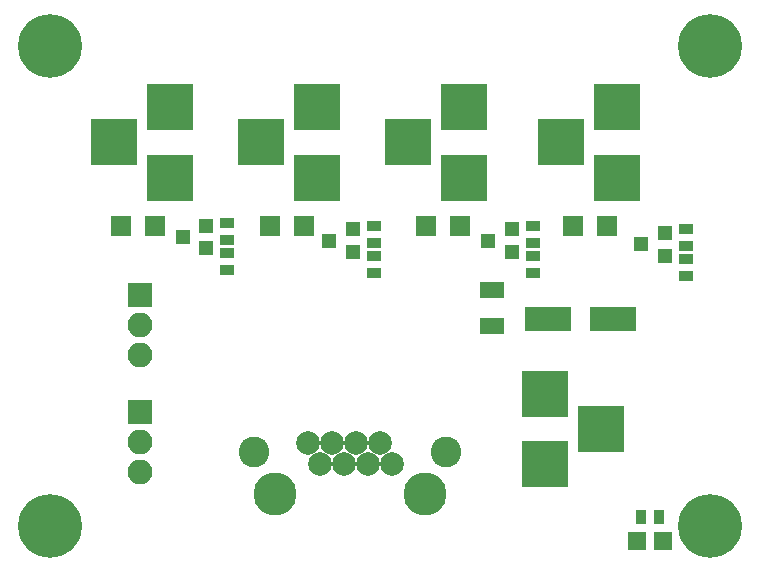
<source format=gbr>
G04 #@! TF.FileFunction,Soldermask,Top*
%FSLAX46Y46*%
G04 Gerber Fmt 4.6, Leading zero omitted, Abs format (unit mm)*
G04 Created by KiCad (PCBNEW 4.0.7) date 06/27/18 16:09:00*
%MOMM*%
%LPD*%
G01*
G04 APERTURE LIST*
%ADD10C,0.100000*%
%ADD11R,2.000000X1.400000*%
%ADD12R,3.999200X2.000200*%
%ADD13R,1.700000X1.800000*%
%ADD14C,2.600000*%
%ADD15C,3.650000*%
%ADD16C,2.000000*%
%ADD17R,2.100000X2.100000*%
%ADD18O,2.100000X2.100000*%
%ADD19R,1.300000X1.200000*%
%ADD20R,1.600000X1.600000*%
%ADD21R,1.300000X0.900000*%
%ADD22R,0.900000X1.300000*%
%ADD23R,3.900000X3.900000*%
%ADD24C,5.400000*%
G04 APERTURE END LIST*
D10*
D11*
X65405000Y-48665000D03*
X65405000Y-51665000D03*
D12*
X70071000Y-51130200D03*
X75572600Y-51130200D03*
D13*
X33930000Y-43180000D03*
X36830000Y-43180000D03*
X59764000Y-43180000D03*
X62664000Y-43180000D03*
X46556000Y-43180000D03*
X49456000Y-43180000D03*
X72210000Y-43180000D03*
X75110000Y-43180000D03*
D14*
X45210000Y-62360000D03*
X61470000Y-62360000D03*
D15*
X46990000Y-65920000D03*
X59690000Y-65920000D03*
D16*
X52840000Y-63380000D03*
X54870000Y-63380000D03*
X51810000Y-61600000D03*
X53840000Y-61600000D03*
X49780000Y-61600000D03*
X50810000Y-63380000D03*
X55870000Y-61600000D03*
X56900000Y-63380000D03*
D17*
X35560000Y-49022000D03*
D18*
X35560000Y-51562000D03*
X35560000Y-54102000D03*
D17*
X35560000Y-58928000D03*
D18*
X35560000Y-61468000D03*
X35560000Y-64008000D03*
D19*
X41180000Y-45080000D03*
X41180000Y-43180000D03*
X39180000Y-44130000D03*
X53578000Y-45400000D03*
X53578000Y-43500000D03*
X51578000Y-44450000D03*
X67040000Y-45400000D03*
X67040000Y-43500000D03*
X65040000Y-44450000D03*
X80010000Y-45720000D03*
X80010000Y-43820000D03*
X78010000Y-44770000D03*
D20*
X79840000Y-69850000D03*
X77640000Y-69850000D03*
D21*
X42926000Y-45478000D03*
X42926000Y-46978000D03*
X42926000Y-42938000D03*
X42926000Y-44438000D03*
X55372000Y-45732000D03*
X55372000Y-47232000D03*
X55372000Y-43192000D03*
X55372000Y-44692000D03*
X68834000Y-45732000D03*
X68834000Y-47232000D03*
X68834000Y-43192000D03*
X68834000Y-44692000D03*
X81788000Y-45986000D03*
X81788000Y-47486000D03*
X81788000Y-43446000D03*
X81788000Y-44946000D03*
D22*
X77990000Y-67818000D03*
X79490000Y-67818000D03*
D23*
X69850000Y-57404000D03*
X69850000Y-63404000D03*
X74550000Y-60404000D03*
X38100000Y-39116000D03*
X38100000Y-33116000D03*
X33400000Y-36116000D03*
X50546000Y-39116000D03*
X50546000Y-33116000D03*
X45846000Y-36116000D03*
X62992000Y-39116000D03*
X62992000Y-33116000D03*
X58292000Y-36116000D03*
X75946000Y-39116000D03*
X75946000Y-33116000D03*
X71246000Y-36116000D03*
D24*
X27940000Y-27940000D03*
X83820000Y-27940000D03*
X27940000Y-68580000D03*
X83820000Y-68580000D03*
M02*

</source>
